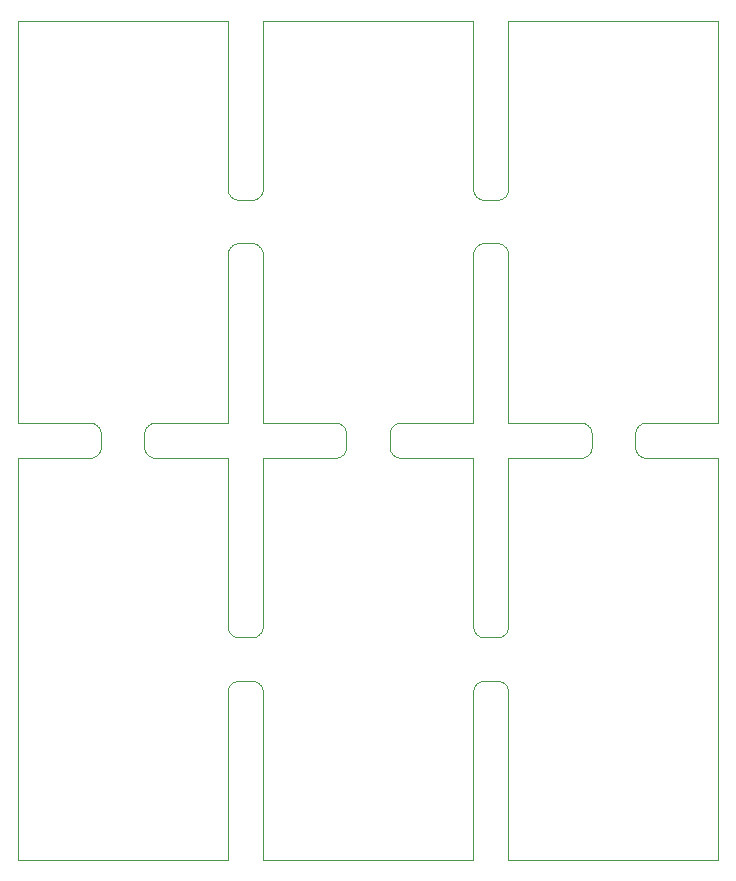
<source format=gko>
%MOIN*%
%OFA0B0*%
%FSLAX44Y44*%
%IPPOS*%
%LPD*%
%ADD10C,0*%
D10*
X00015181Y00007812D02*
X00015181Y00007812D01*
X00015181Y00013399D01*
X00012793Y00013399D01*
X00012763Y00013401D01*
X00012732Y00013404D01*
X00012702Y00013410D01*
X00012672Y00013419D01*
X00012643Y00013429D01*
X00012615Y00013442D01*
X00012588Y00013458D01*
X00012562Y00013475D01*
X00012538Y00013494D01*
X00012515Y00013515D01*
X00012494Y00013538D01*
X00012475Y00013562D01*
X00012458Y00013587D01*
X00012443Y00013614D01*
X00012430Y00013643D01*
X00012419Y00013672D01*
X00012411Y00013701D01*
X00012405Y00013732D01*
X00012401Y00013762D01*
X00012400Y00013793D01*
X00012400Y00014187D01*
X00012401Y00014218D01*
X00012405Y00014248D01*
X00012411Y00014279D01*
X00012419Y00014309D01*
X00012430Y00014338D01*
X00012443Y00014366D01*
X00012458Y00014393D01*
X00012475Y00014418D01*
X00012494Y00014443D01*
X00012515Y00014465D01*
X00012538Y00014486D01*
X00012562Y00014505D01*
X00012588Y00014523D01*
X00012615Y00014538D01*
X00012643Y00014551D01*
X00012672Y00014561D01*
X00012702Y00014570D01*
X00012732Y00014576D01*
X00012763Y00014579D01*
X00012793Y00014581D01*
X00015181Y00014581D01*
X00015181Y00020168D01*
X00015182Y00020199D01*
X00015185Y00020229D01*
X00015191Y00020260D01*
X00015200Y00020289D01*
X00015211Y00020318D01*
X00015224Y00020346D01*
X00015239Y00020373D01*
X00015256Y00020399D01*
X00015275Y00020423D01*
X00015296Y00020446D01*
X00015319Y00020467D01*
X00015343Y00020486D01*
X00015369Y00020503D01*
X00015396Y00020519D01*
X00015424Y00020531D01*
X00015453Y00020542D01*
X00015482Y00020551D01*
X00015513Y00020557D01*
X00015543Y00020560D01*
X00015574Y00020561D01*
X00015968Y00020561D01*
X00015999Y00020560D01*
X00016030Y00020557D01*
X00016060Y00020551D01*
X00016090Y00020542D01*
X00016119Y00020531D01*
X00016147Y00020519D01*
X00016174Y00020503D01*
X00016199Y00020486D01*
X00016224Y00020467D01*
X00016246Y00020446D01*
X00016267Y00020423D01*
X00016287Y00020399D01*
X00016304Y00020373D01*
X00016319Y00020346D01*
X00016332Y00020318D01*
X00016342Y00020289D01*
X00016351Y00020260D01*
X00016357Y00020229D01*
X00016360Y00020199D01*
X00016362Y00020168D01*
X00016362Y00014581D01*
X00018749Y00014581D01*
X00018780Y00014579D01*
X00018810Y00014576D01*
X00018841Y00014570D01*
X00018871Y00014561D01*
X00018900Y00014551D01*
X00018928Y00014538D01*
X00018955Y00014523D01*
X00018980Y00014505D01*
X00019005Y00014486D01*
X00019027Y00014465D01*
X00019048Y00014443D01*
X00019067Y00014418D01*
X00019085Y00014393D01*
X00019100Y00014366D01*
X00019113Y00014338D01*
X00019123Y00014309D01*
X00019132Y00014279D01*
X00019138Y00014248D01*
X00019141Y00014218D01*
X00019143Y00014187D01*
X00019143Y00013793D01*
X00019141Y00013762D01*
X00019138Y00013732D01*
X00019132Y00013701D01*
X00019123Y00013672D01*
X00019113Y00013643D01*
X00019100Y00013614D01*
X00019085Y00013587D01*
X00019067Y00013562D01*
X00019048Y00013538D01*
X00019027Y00013515D01*
X00019005Y00013494D01*
X00018980Y00013475D01*
X00018955Y00013458D01*
X00018928Y00013442D01*
X00018900Y00013429D01*
X00018871Y00013419D01*
X00018841Y00013410D01*
X00018810Y00013404D01*
X00018780Y00013401D01*
X00018749Y00013399D01*
X00016362Y00013399D01*
X00016362Y00007812D01*
X00016360Y00007781D01*
X00016357Y00007751D01*
X00016351Y00007720D01*
X00016342Y00007691D01*
X00016332Y00007662D01*
X00016319Y00007634D01*
X00016304Y00007607D01*
X00016287Y00007581D01*
X00016267Y00007557D01*
X00016246Y00007534D01*
X00016224Y00007513D01*
X00016199Y00007494D01*
X00016174Y00007477D01*
X00016147Y00007462D01*
X00016119Y00007449D01*
X00016090Y00007438D01*
X00016060Y00007430D01*
X00016030Y00007424D01*
X00015999Y00007420D01*
X00015968Y00007419D01*
X00015574Y00007419D01*
X00015543Y00007420D01*
X00015513Y00007424D01*
X00015482Y00007430D01*
X00015453Y00007438D01*
X00015424Y00007449D01*
X00015396Y00007462D01*
X00015369Y00007477D01*
X00015343Y00007494D01*
X00015319Y00007513D01*
X00015296Y00007534D01*
X00015275Y00007557D01*
X00015256Y00007581D01*
X00015239Y00007607D01*
X00015224Y00007634D01*
X00015211Y00007662D01*
X00015200Y00007691D01*
X00015191Y00007720D01*
X00015185Y00007751D01*
X00015182Y00007781D01*
X00015181Y00007812D01*
X00007000Y00007812D02*
X00007000Y00007812D01*
X00007000Y00013399D01*
X00004612Y00013399D01*
X00004581Y00013401D01*
X00004551Y00013404D01*
X00004520Y00013410D01*
X00004491Y00013419D01*
X00004462Y00013429D01*
X00004434Y00013442D01*
X00004407Y00013458D01*
X00004381Y00013475D01*
X00004357Y00013494D01*
X00004334Y00013515D01*
X00004313Y00013538D01*
X00004294Y00013562D01*
X00004277Y00013587D01*
X00004262Y00013614D01*
X00004249Y00013643D01*
X00004238Y00013672D01*
X00004230Y00013701D01*
X00004224Y00013732D01*
X00004220Y00013762D01*
X00004219Y00013793D01*
X00004219Y00014187D01*
X00004220Y00014218D01*
X00004224Y00014248D01*
X00004230Y00014279D01*
X00004238Y00014309D01*
X00004249Y00014338D01*
X00004262Y00014366D01*
X00004277Y00014393D01*
X00004294Y00014418D01*
X00004313Y00014443D01*
X00004334Y00014465D01*
X00004357Y00014486D01*
X00004381Y00014505D01*
X00004407Y00014523D01*
X00004434Y00014538D01*
X00004462Y00014551D01*
X00004491Y00014561D01*
X00004520Y00014570D01*
X00004551Y00014576D01*
X00004581Y00014579D01*
X00004612Y00014581D01*
X00007000Y00014581D01*
X00007000Y00020168D01*
X00007001Y00020199D01*
X00007004Y00020229D01*
X00007010Y00020260D01*
X00007019Y00020289D01*
X00007029Y00020318D01*
X00007042Y00020346D01*
X00007058Y00020373D01*
X00007075Y00020399D01*
X00007094Y00020423D01*
X00007115Y00020446D01*
X00007138Y00020467D01*
X00007162Y00020486D01*
X00007187Y00020503D01*
X00007214Y00020519D01*
X00007243Y00020531D01*
X00007272Y00020542D01*
X00007301Y00020551D01*
X00007332Y00020557D01*
X00007362Y00020560D01*
X00007393Y00020561D01*
X00007787Y00020561D01*
X00007818Y00020560D01*
X00007848Y00020557D01*
X00007879Y00020551D01*
X00007909Y00020542D01*
X00007938Y00020531D01*
X00007966Y00020519D01*
X00007993Y00020503D01*
X00008018Y00020486D01*
X00008043Y00020467D01*
X00008065Y00020446D01*
X00008086Y00020423D01*
X00008105Y00020399D01*
X00008123Y00020373D01*
X00008138Y00020346D01*
X00008151Y00020318D01*
X00008161Y00020289D01*
X00008170Y00020260D01*
X00008176Y00020229D01*
X00008179Y00020199D01*
X00008181Y00020168D01*
X00008181Y00014581D01*
X00010568Y00014581D01*
X00010599Y00014579D01*
X00010629Y00014576D01*
X00010660Y00014570D01*
X00010689Y00014561D01*
X00010718Y00014551D01*
X00010746Y00014538D01*
X00010773Y00014523D01*
X00010799Y00014505D01*
X00010823Y00014486D01*
X00010846Y00014465D01*
X00010867Y00014443D01*
X00010886Y00014418D01*
X00010903Y00014393D01*
X00010919Y00014366D01*
X00010931Y00014338D01*
X00010942Y00014309D01*
X00010951Y00014279D01*
X00010957Y00014248D01*
X00010960Y00014218D01*
X00010961Y00014187D01*
X00010961Y00013793D01*
X00010960Y00013762D01*
X00010957Y00013732D01*
X00010951Y00013701D01*
X00010942Y00013672D01*
X00010931Y00013643D01*
X00010919Y00013614D01*
X00010903Y00013587D01*
X00010886Y00013562D01*
X00010867Y00013538D01*
X00010846Y00013515D01*
X00010823Y00013494D01*
X00010799Y00013475D01*
X00010773Y00013458D01*
X00010746Y00013442D01*
X00010718Y00013429D01*
X00010689Y00013419D01*
X00010660Y00013410D01*
X00010629Y00013404D01*
X00010599Y00013401D01*
X00010568Y00013399D01*
X00008181Y00013399D01*
X00008181Y00007812D01*
X00008179Y00007781D01*
X00008176Y00007751D01*
X00008170Y00007720D01*
X00008161Y00007691D01*
X00008151Y00007662D01*
X00008138Y00007634D01*
X00008123Y00007607D01*
X00008105Y00007581D01*
X00008086Y00007557D01*
X00008065Y00007534D01*
X00008043Y00007513D01*
X00008018Y00007494D01*
X00007993Y00007477D01*
X00007966Y00007462D01*
X00007938Y00007449D01*
X00007909Y00007438D01*
X00007879Y00007430D01*
X00007848Y00007424D01*
X00007818Y00007420D01*
X00007787Y00007419D01*
X00007393Y00007419D01*
X00007362Y00007420D01*
X00007332Y00007424D01*
X00007301Y00007430D01*
X00007272Y00007438D01*
X00007243Y00007449D01*
X00007214Y00007462D01*
X00007187Y00007477D01*
X00007162Y00007494D01*
X00007138Y00007513D01*
X00007115Y00007534D01*
X00007094Y00007557D01*
X00007075Y00007581D01*
X00007058Y00007607D01*
X00007042Y00007634D01*
X00007029Y00007662D01*
X00007019Y00007691D01*
X00007010Y00007720D01*
X00007004Y00007751D01*
X00007001Y00007781D01*
X00007000Y00007812D01*
X00000000Y00000000D02*
X00000000Y00000000D01*
X00007000Y00000000D01*
X00007000Y00005587D01*
X00007001Y00005618D01*
X00007004Y00005648D01*
X00007010Y00005679D01*
X00007019Y00005708D01*
X00007029Y00005737D01*
X00007042Y00005765D01*
X00007058Y00005792D01*
X00007075Y00005818D01*
X00007094Y00005842D01*
X00007115Y00005865D01*
X00007138Y00005886D01*
X00007162Y00005905D01*
X00007187Y00005922D01*
X00007214Y00005937D01*
X00007243Y00005950D01*
X00007272Y00005961D01*
X00007301Y00005969D01*
X00007332Y00005975D01*
X00007362Y00005979D01*
X00007393Y00005980D01*
X00007787Y00005980D01*
X00007818Y00005979D01*
X00007848Y00005975D01*
X00007879Y00005969D01*
X00007909Y00005961D01*
X00007938Y00005950D01*
X00007966Y00005937D01*
X00007993Y00005922D01*
X00008018Y00005905D01*
X00008043Y00005886D01*
X00008065Y00005865D01*
X00008086Y00005842D01*
X00008105Y00005818D01*
X00008123Y00005792D01*
X00008138Y00005765D01*
X00008151Y00005737D01*
X00008161Y00005708D01*
X00008170Y00005679D01*
X00008176Y00005648D01*
X00008179Y00005618D01*
X00008181Y00005587D01*
X00008181Y00000000D01*
X00015181Y00000000D01*
X00015181Y00005587D01*
X00015182Y00005618D01*
X00015185Y00005648D01*
X00015191Y00005679D01*
X00015200Y00005708D01*
X00015211Y00005737D01*
X00015224Y00005765D01*
X00015239Y00005792D01*
X00015256Y00005818D01*
X00015275Y00005842D01*
X00015296Y00005865D01*
X00015319Y00005886D01*
X00015343Y00005905D01*
X00015369Y00005922D01*
X00015396Y00005937D01*
X00015424Y00005950D01*
X00015453Y00005961D01*
X00015482Y00005969D01*
X00015513Y00005975D01*
X00015543Y00005979D01*
X00015574Y00005980D01*
X00015968Y00005980D01*
X00015999Y00005979D01*
X00016030Y00005975D01*
X00016060Y00005969D01*
X00016090Y00005961D01*
X00016119Y00005950D01*
X00016147Y00005937D01*
X00016174Y00005922D01*
X00016199Y00005905D01*
X00016224Y00005886D01*
X00016246Y00005865D01*
X00016267Y00005842D01*
X00016287Y00005818D01*
X00016304Y00005792D01*
X00016319Y00005765D01*
X00016332Y00005737D01*
X00016342Y00005708D01*
X00016351Y00005679D01*
X00016357Y00005648D01*
X00016360Y00005618D01*
X00016362Y00005587D01*
X00016362Y00000000D01*
X00023362Y00000000D01*
X00023362Y00013399D01*
X00020975Y00013399D01*
X00020944Y00013401D01*
X00020913Y00013404D01*
X00020883Y00013410D01*
X00020853Y00013419D01*
X00020824Y00013429D01*
X00020796Y00013442D01*
X00020769Y00013458D01*
X00020743Y00013475D01*
X00020719Y00013494D01*
X00020696Y00013515D01*
X00020675Y00013538D01*
X00020656Y00013562D01*
X00020639Y00013587D01*
X00020624Y00013614D01*
X00020611Y00013643D01*
X00020600Y00013672D01*
X00020592Y00013701D01*
X00020586Y00013732D01*
X00020582Y00013762D01*
X00020581Y00013793D01*
X00020581Y00014187D01*
X00020582Y00014218D01*
X00020586Y00014248D01*
X00020592Y00014279D01*
X00020600Y00014309D01*
X00020611Y00014338D01*
X00020624Y00014366D01*
X00020639Y00014393D01*
X00020656Y00014418D01*
X00020675Y00014443D01*
X00020696Y00014465D01*
X00020719Y00014486D01*
X00020743Y00014505D01*
X00020769Y00014523D01*
X00020796Y00014538D01*
X00020824Y00014551D01*
X00020853Y00014561D01*
X00020883Y00014570D01*
X00020913Y00014576D01*
X00020944Y00014579D01*
X00020975Y00014581D01*
X00023362Y00014581D01*
X00023362Y00027981D01*
X00016362Y00027981D01*
X00016362Y00022393D01*
X00016360Y00022363D01*
X00016357Y00022332D01*
X00016351Y00022302D01*
X00016342Y00022272D01*
X00016332Y00022243D01*
X00016319Y00022215D01*
X00016304Y00022188D01*
X00016287Y00022162D01*
X00016267Y00022138D01*
X00016246Y00022115D01*
X00016224Y00022094D01*
X00016199Y00022075D01*
X00016174Y00022058D01*
X00016147Y00022043D01*
X00016119Y00022030D01*
X00016090Y00022019D01*
X00016060Y00022011D01*
X00016030Y00022005D01*
X00015999Y00022001D01*
X00015968Y00022000D01*
X00015574Y00022000D01*
X00015543Y00022001D01*
X00015513Y00022005D01*
X00015482Y00022011D01*
X00015453Y00022019D01*
X00015424Y00022030D01*
X00015396Y00022043D01*
X00015369Y00022058D01*
X00015343Y00022075D01*
X00015319Y00022094D01*
X00015296Y00022115D01*
X00015275Y00022138D01*
X00015256Y00022162D01*
X00015239Y00022188D01*
X00015224Y00022215D01*
X00015211Y00022243D01*
X00015200Y00022272D01*
X00015191Y00022302D01*
X00015185Y00022332D01*
X00015182Y00022363D01*
X00015181Y00022393D01*
X00015181Y00027981D01*
X00008181Y00027981D01*
X00008181Y00022393D01*
X00008179Y00022363D01*
X00008176Y00022332D01*
X00008170Y00022302D01*
X00008161Y00022272D01*
X00008151Y00022243D01*
X00008138Y00022215D01*
X00008123Y00022188D01*
X00008105Y00022162D01*
X00008086Y00022138D01*
X00008065Y00022115D01*
X00008043Y00022094D01*
X00008018Y00022075D01*
X00007993Y00022058D01*
X00007966Y00022043D01*
X00007938Y00022030D01*
X00007909Y00022019D01*
X00007879Y00022011D01*
X00007848Y00022005D01*
X00007818Y00022001D01*
X00007787Y00022000D01*
X00007393Y00022000D01*
X00007362Y00022001D01*
X00007332Y00022005D01*
X00007301Y00022011D01*
X00007272Y00022019D01*
X00007243Y00022030D01*
X00007214Y00022043D01*
X00007187Y00022058D01*
X00007162Y00022075D01*
X00007138Y00022094D01*
X00007115Y00022115D01*
X00007094Y00022138D01*
X00007075Y00022162D01*
X00007058Y00022188D01*
X00007042Y00022215D01*
X00007029Y00022243D01*
X00007019Y00022272D01*
X00007010Y00022302D01*
X00007004Y00022332D01*
X00007001Y00022363D01*
X00007000Y00022393D01*
X00007000Y00027981D01*
X00000000Y00027981D01*
X00000000Y00014581D01*
X00002387Y00014581D01*
X00002418Y00014579D01*
X00002448Y00014576D01*
X00002479Y00014570D01*
X00002508Y00014561D01*
X00002537Y00014551D01*
X00002565Y00014538D01*
X00002592Y00014523D01*
X00002618Y00014505D01*
X00002642Y00014486D01*
X00002665Y00014465D01*
X00002686Y00014443D01*
X00002705Y00014418D01*
X00002722Y00014393D01*
X00002737Y00014366D01*
X00002750Y00014338D01*
X00002761Y00014309D01*
X00002769Y00014279D01*
X00002775Y00014248D01*
X00002779Y00014218D01*
X00002780Y00014187D01*
X00002780Y00013793D01*
X00002779Y00013762D01*
X00002775Y00013732D01*
X00002769Y00013701D01*
X00002761Y00013672D01*
X00002750Y00013643D01*
X00002737Y00013614D01*
X00002722Y00013587D01*
X00002705Y00013562D01*
X00002686Y00013538D01*
X00002665Y00013515D01*
X00002642Y00013494D01*
X00002618Y00013475D01*
X00002592Y00013458D01*
X00002565Y00013442D01*
X00002537Y00013429D01*
X00002508Y00013419D01*
X00002479Y00013410D01*
X00002448Y00013404D01*
X00002418Y00013401D01*
X00002387Y00013399D01*
X00000000Y00013399D01*
X00000000Y00000000D01*
M02*
</source>
